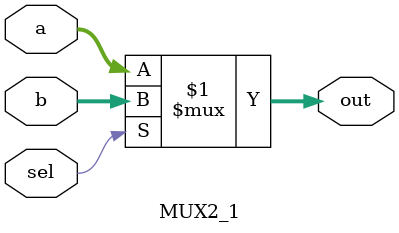
<source format=v>
`timescale 1ns / 1ps
module MUX2_1(
		input[29:0]	a,
		input[29:0] b,
		input sel,
		output[29:0] out
    );
assign out = sel[0]?b:a;

endmodule

</source>
